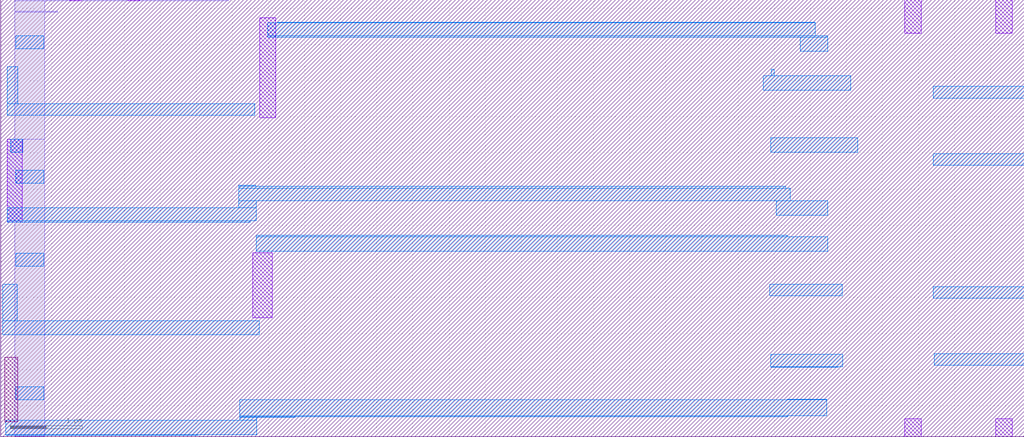
<source format=lef>
VERSION 5.7 ;
  NOWIREEXTENSIONATPIN ON ;
  DIVIDERCHAR "/" ;
  BUSBITCHARS "[]" ;
UNITS
  DATABASE MICRONS 200 ;
END UNITS

LAYER via2
  TYPE CUT ;
END via2

LAYER via
  TYPE CUT ;
END via

LAYER nwell
  TYPE MASTERSLICE ;
END nwell

LAYER via3
  TYPE CUT ;
END via3

LAYER pwell
  TYPE MASTERSLICE ;
END pwell

LAYER via4
  TYPE CUT ;
END via4

LAYER mcon
  TYPE CUT ;
END mcon

LAYER met6
  TYPE ROUTING ;
  WIDTH 0.030000 ;
  SPACING 0.040000 ;
  DIRECTION HORIZONTAL ;
END met6

LAYER met1
  TYPE ROUTING ;
  WIDTH 0.140000 ;
  SPACING 0.140000 ;
  DIRECTION HORIZONTAL ;
END met1

LAYER met3
  TYPE ROUTING ;
  WIDTH 0.300000 ;
  SPACING 0.300000 ;
  DIRECTION HORIZONTAL ;
END met3

LAYER met2
  TYPE ROUTING ;
  WIDTH 0.140000 ;
  SPACING 0.140000 ;
  DIRECTION HORIZONTAL ;
END met2

LAYER met4
  TYPE ROUTING ;
  WIDTH 0.300000 ;
  SPACING 0.300000 ;
  DIRECTION HORIZONTAL ;
END met4

LAYER met5
  TYPE ROUTING ;
  WIDTH 1.600000 ;
  SPACING 1.600000 ;
  DIRECTION HORIZONTAL ;
END met5

LAYER li1
  TYPE ROUTING ;
  WIDTH 0.170000 ;
  SPACING 0.170000 ;
  DIRECTION HORIZONTAL ;
END li1

MACRO sky130_hilas_wta4stage01
  CLASS BLOCK ;
  FOREIGN sky130_hilas_wta4stage01 ;
  ORIGIN 11.210 0.430 ;
  SIZE 14.170 BY 6.050 ;
  OBS
      LAYER nwell ;
        RECT -11.010 5.610 -8.050 5.620 ;
        RECT -11.010 5.460 -10.600 5.610 ;
        RECT -11.010 5.450 -10.420 5.460 ;
        RECT -11.010 3.690 -10.600 5.450 ;
        RECT -11.120 2.540 -10.600 3.690 ;
        RECT -11.010 -0.420 -10.600 2.540 ;
      LAYER li1 ;
        RECT -11.150 -0.220 -10.970 0.670 ;
      LAYER met1 ;
        RECT -10.250 5.610 -10.090 5.620 ;
        RECT -9.440 5.610 -9.280 5.620 ;
        RECT -7.620 3.990 -7.400 5.370 ;
        RECT 1.310 5.160 1.540 5.620 ;
        RECT 2.570 5.160 2.800 5.620 ;
        RECT -11.120 2.540 -10.910 3.690 ;
        RECT -7.720 1.220 -7.450 2.120 ;
        RECT 1.310 -0.430 1.540 -0.180 ;
        RECT 2.570 -0.430 2.800 -0.180 ;
      LAYER met2 ;
        RECT -7.380 5.300 0.070 5.310 ;
        RECT -7.510 5.120 0.070 5.300 ;
        RECT -11.000 4.940 -10.610 5.120 ;
        RECT -7.510 5.100 0.240 5.120 ;
        RECT -0.140 4.910 0.240 5.100 ;
        RECT -11.120 4.180 -10.970 4.690 ;
        RECT -0.540 4.570 -0.500 4.660 ;
        RECT -0.650 4.370 0.560 4.570 ;
        RECT 1.700 4.260 2.960 4.420 ;
        RECT -11.120 4.020 -7.690 4.180 ;
        RECT -11.070 3.510 -10.900 3.690 ;
        RECT -0.550 3.510 0.660 3.710 ;
        RECT 1.700 3.330 2.960 3.490 ;
        RECT -11.000 3.080 -10.610 3.260 ;
        RECT -7.910 3.040 -7.680 3.050 ;
        RECT -7.910 3.010 -0.340 3.040 ;
        RECT -7.910 2.840 -0.280 3.010 ;
        RECT -7.910 2.740 -7.670 2.840 ;
        RECT -11.120 2.560 -7.670 2.740 ;
        RECT -0.470 2.640 0.240 2.840 ;
        RECT -11.120 2.540 -7.750 2.560 ;
        RECT -7.670 2.340 -0.320 2.360 ;
        RECT -7.670 2.140 0.240 2.340 ;
        RECT -11.000 1.930 -10.610 2.110 ;
        RECT -11.180 1.180 -10.980 1.680 ;
        RECT -0.560 1.520 0.440 1.680 ;
        RECT 1.700 1.490 2.960 1.650 ;
        RECT -11.180 0.980 -7.630 1.180 ;
        RECT -0.550 0.540 0.450 0.710 ;
        RECT 1.720 0.560 2.960 0.720 ;
        RECT -0.550 0.530 0.390 0.540 ;
        RECT -11.000 0.080 -10.610 0.260 ;
        RECT -0.320 0.080 0.230 0.090 ;
        RECT -7.900 -0.140 0.230 0.080 ;
        RECT -7.900 -0.150 -0.310 -0.140 ;
        RECT -7.900 -0.160 -7.130 -0.150 ;
        RECT -7.900 -0.200 -7.660 -0.160 ;
        RECT -11.140 -0.400 -7.660 -0.200 ;
        RECT -11.140 -0.410 -8.470 -0.400 ;
  END
END sky130_hilas_wta4stage01
END LIBRARY


</source>
